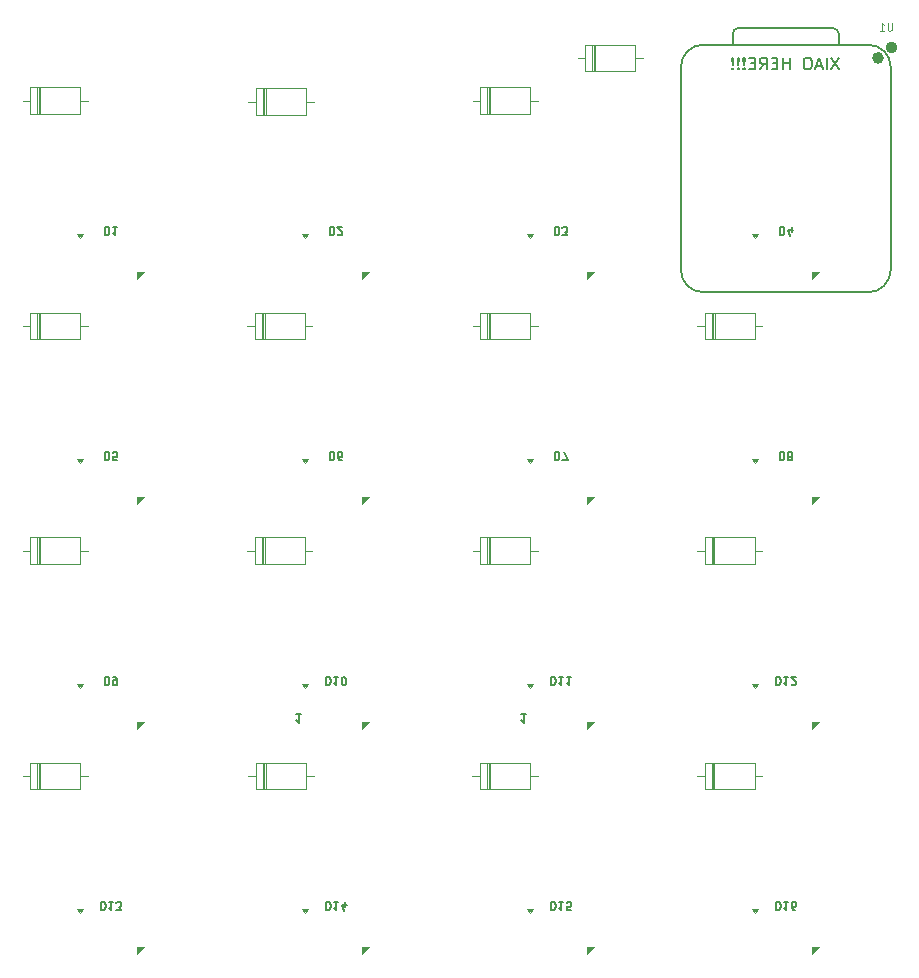
<source format=gbr>
%TF.GenerationSoftware,KiCad,Pcbnew,9.0.2*%
%TF.CreationDate,2025-06-30T11:30:22+02:00*%
%TF.ProjectId,HackPad,4861636b-5061-4642-9e6b-696361645f70,rev?*%
%TF.SameCoordinates,Original*%
%TF.FileFunction,Legend,Bot*%
%TF.FilePolarity,Positive*%
%FSLAX46Y46*%
G04 Gerber Fmt 4.6, Leading zero omitted, Abs format (unit mm)*
G04 Created by KiCad (PCBNEW 9.0.2) date 2025-06-30 11:30:22*
%MOMM*%
%LPD*%
G01*
G04 APERTURE LIST*
%ADD10C,0.150000*%
%ADD11C,0.101600*%
%ADD12C,0.120000*%
%ADD13C,0.127000*%
%ADD14C,0.100000*%
%ADD15C,0.504000*%
G04 APERTURE END LIST*
D10*
X73278571Y-74497704D02*
X72821428Y-74497704D01*
X73050000Y-74497704D02*
X73050000Y-75297704D01*
X73050000Y-75297704D02*
X72973809Y-75183419D01*
X72973809Y-75183419D02*
X72897619Y-75107228D01*
X72897619Y-75107228D02*
X72821428Y-75069133D01*
X54218571Y-74497704D02*
X53761428Y-74497704D01*
X53990000Y-74497704D02*
X53990000Y-75297704D01*
X53990000Y-75297704D02*
X53913809Y-75183419D01*
X53913809Y-75183419D02*
X53837619Y-75107228D01*
X53837619Y-75107228D02*
X53761428Y-75069133D01*
X99758458Y-18969819D02*
X99091792Y-19969819D01*
X99091792Y-18969819D02*
X99758458Y-19969819D01*
X98710839Y-19969819D02*
X98710839Y-18969819D01*
X98282268Y-19684104D02*
X97806078Y-19684104D01*
X98377506Y-19969819D02*
X98044173Y-18969819D01*
X98044173Y-18969819D02*
X97710840Y-19969819D01*
X97187030Y-18969819D02*
X96996554Y-18969819D01*
X96996554Y-18969819D02*
X96901316Y-19017438D01*
X96901316Y-19017438D02*
X96806078Y-19112676D01*
X96806078Y-19112676D02*
X96758459Y-19303152D01*
X96758459Y-19303152D02*
X96758459Y-19636485D01*
X96758459Y-19636485D02*
X96806078Y-19826961D01*
X96806078Y-19826961D02*
X96901316Y-19922200D01*
X96901316Y-19922200D02*
X96996554Y-19969819D01*
X96996554Y-19969819D02*
X97187030Y-19969819D01*
X97187030Y-19969819D02*
X97282268Y-19922200D01*
X97282268Y-19922200D02*
X97377506Y-19826961D01*
X97377506Y-19826961D02*
X97425125Y-19636485D01*
X97425125Y-19636485D02*
X97425125Y-19303152D01*
X97425125Y-19303152D02*
X97377506Y-19112676D01*
X97377506Y-19112676D02*
X97282268Y-19017438D01*
X97282268Y-19017438D02*
X97187030Y-18969819D01*
X95567982Y-19969819D02*
X95567982Y-18969819D01*
X95567982Y-19446009D02*
X94996554Y-19446009D01*
X94996554Y-19969819D02*
X94996554Y-18969819D01*
X94520363Y-19446009D02*
X94187030Y-19446009D01*
X94044173Y-19969819D02*
X94520363Y-19969819D01*
X94520363Y-19969819D02*
X94520363Y-18969819D01*
X94520363Y-18969819D02*
X94044173Y-18969819D01*
X93044173Y-19969819D02*
X93377506Y-19493628D01*
X93615601Y-19969819D02*
X93615601Y-18969819D01*
X93615601Y-18969819D02*
X93234649Y-18969819D01*
X93234649Y-18969819D02*
X93139411Y-19017438D01*
X93139411Y-19017438D02*
X93091792Y-19065057D01*
X93091792Y-19065057D02*
X93044173Y-19160295D01*
X93044173Y-19160295D02*
X93044173Y-19303152D01*
X93044173Y-19303152D02*
X93091792Y-19398390D01*
X93091792Y-19398390D02*
X93139411Y-19446009D01*
X93139411Y-19446009D02*
X93234649Y-19493628D01*
X93234649Y-19493628D02*
X93615601Y-19493628D01*
X92615601Y-19446009D02*
X92282268Y-19446009D01*
X92139411Y-19969819D02*
X92615601Y-19969819D01*
X92615601Y-19969819D02*
X92615601Y-18969819D01*
X92615601Y-18969819D02*
X92139411Y-18969819D01*
X91710839Y-19874580D02*
X91663220Y-19922200D01*
X91663220Y-19922200D02*
X91710839Y-19969819D01*
X91710839Y-19969819D02*
X91758458Y-19922200D01*
X91758458Y-19922200D02*
X91710839Y-19874580D01*
X91710839Y-19874580D02*
X91710839Y-19969819D01*
X91710839Y-19588866D02*
X91758458Y-19017438D01*
X91758458Y-19017438D02*
X91710839Y-18969819D01*
X91710839Y-18969819D02*
X91663220Y-19017438D01*
X91663220Y-19017438D02*
X91710839Y-19588866D01*
X91710839Y-19588866D02*
X91710839Y-18969819D01*
X91234649Y-19874580D02*
X91187030Y-19922200D01*
X91187030Y-19922200D02*
X91234649Y-19969819D01*
X91234649Y-19969819D02*
X91282268Y-19922200D01*
X91282268Y-19922200D02*
X91234649Y-19874580D01*
X91234649Y-19874580D02*
X91234649Y-19969819D01*
X91234649Y-19588866D02*
X91282268Y-19017438D01*
X91282268Y-19017438D02*
X91234649Y-18969819D01*
X91234649Y-18969819D02*
X91187030Y-19017438D01*
X91187030Y-19017438D02*
X91234649Y-19588866D01*
X91234649Y-19588866D02*
X91234649Y-18969819D01*
X90758459Y-19874580D02*
X90710840Y-19922200D01*
X90710840Y-19922200D02*
X90758459Y-19969819D01*
X90758459Y-19969819D02*
X90806078Y-19922200D01*
X90806078Y-19922200D02*
X90758459Y-19874580D01*
X90758459Y-19874580D02*
X90758459Y-19969819D01*
X90758459Y-19588866D02*
X90806078Y-19017438D01*
X90806078Y-19017438D02*
X90758459Y-18969819D01*
X90758459Y-18969819D02*
X90710840Y-19017438D01*
X90710840Y-19017438D02*
X90758459Y-19588866D01*
X90758459Y-19588866D02*
X90758459Y-18969819D01*
D11*
X104228809Y-16064679D02*
X104228809Y-16578726D01*
X104228809Y-16578726D02*
X104198571Y-16639202D01*
X104198571Y-16639202D02*
X104168333Y-16669441D01*
X104168333Y-16669441D02*
X104107857Y-16699679D01*
X104107857Y-16699679D02*
X103986904Y-16699679D01*
X103986904Y-16699679D02*
X103926428Y-16669441D01*
X103926428Y-16669441D02*
X103896190Y-16639202D01*
X103896190Y-16639202D02*
X103865952Y-16578726D01*
X103865952Y-16578726D02*
X103865952Y-16064679D01*
X103230952Y-16699679D02*
X103593809Y-16699679D01*
X103412381Y-16699679D02*
X103412381Y-16064679D01*
X103412381Y-16064679D02*
X103472857Y-16155393D01*
X103472857Y-16155393D02*
X103533333Y-16215869D01*
X103533333Y-16215869D02*
X103593809Y-16246107D01*
D10*
X56633333Y-52352666D02*
X56633333Y-53052666D01*
X56633333Y-53052666D02*
X56800000Y-53052666D01*
X56800000Y-53052666D02*
X56900000Y-53019333D01*
X56900000Y-53019333D02*
X56966667Y-52952666D01*
X56966667Y-52952666D02*
X57000000Y-52886000D01*
X57000000Y-52886000D02*
X57033333Y-52752666D01*
X57033333Y-52752666D02*
X57033333Y-52652666D01*
X57033333Y-52652666D02*
X57000000Y-52519333D01*
X57000000Y-52519333D02*
X56966667Y-52452666D01*
X56966667Y-52452666D02*
X56900000Y-52386000D01*
X56900000Y-52386000D02*
X56800000Y-52352666D01*
X56800000Y-52352666D02*
X56633333Y-52352666D01*
X57633333Y-53052666D02*
X57500000Y-53052666D01*
X57500000Y-53052666D02*
X57433333Y-53019333D01*
X57433333Y-53019333D02*
X57400000Y-52986000D01*
X57400000Y-52986000D02*
X57333333Y-52886000D01*
X57333333Y-52886000D02*
X57300000Y-52752666D01*
X57300000Y-52752666D02*
X57300000Y-52486000D01*
X57300000Y-52486000D02*
X57333333Y-52419333D01*
X57333333Y-52419333D02*
X57366667Y-52386000D01*
X57366667Y-52386000D02*
X57433333Y-52352666D01*
X57433333Y-52352666D02*
X57566667Y-52352666D01*
X57566667Y-52352666D02*
X57633333Y-52386000D01*
X57633333Y-52386000D02*
X57666667Y-52419333D01*
X57666667Y-52419333D02*
X57700000Y-52486000D01*
X57700000Y-52486000D02*
X57700000Y-52652666D01*
X57700000Y-52652666D02*
X57666667Y-52719333D01*
X57666667Y-52719333D02*
X57633333Y-52752666D01*
X57633333Y-52752666D02*
X57566667Y-52786000D01*
X57566667Y-52786000D02*
X57433333Y-52786000D01*
X57433333Y-52786000D02*
X57366667Y-52752666D01*
X57366667Y-52752666D02*
X57333333Y-52719333D01*
X57333333Y-52719333D02*
X57300000Y-52652666D01*
X37249999Y-90452666D02*
X37249999Y-91152666D01*
X37249999Y-91152666D02*
X37416666Y-91152666D01*
X37416666Y-91152666D02*
X37516666Y-91119333D01*
X37516666Y-91119333D02*
X37583333Y-91052666D01*
X37583333Y-91052666D02*
X37616666Y-90986000D01*
X37616666Y-90986000D02*
X37649999Y-90852666D01*
X37649999Y-90852666D02*
X37649999Y-90752666D01*
X37649999Y-90752666D02*
X37616666Y-90619333D01*
X37616666Y-90619333D02*
X37583333Y-90552666D01*
X37583333Y-90552666D02*
X37516666Y-90486000D01*
X37516666Y-90486000D02*
X37416666Y-90452666D01*
X37416666Y-90452666D02*
X37249999Y-90452666D01*
X38316666Y-90452666D02*
X37916666Y-90452666D01*
X38116666Y-90452666D02*
X38116666Y-91152666D01*
X38116666Y-91152666D02*
X38049999Y-91052666D01*
X38049999Y-91052666D02*
X37983333Y-90986000D01*
X37983333Y-90986000D02*
X37916666Y-90952666D01*
X38550000Y-91152666D02*
X38983333Y-91152666D01*
X38983333Y-91152666D02*
X38750000Y-90886000D01*
X38750000Y-90886000D02*
X38850000Y-90886000D01*
X38850000Y-90886000D02*
X38916666Y-90852666D01*
X38916666Y-90852666D02*
X38950000Y-90819333D01*
X38950000Y-90819333D02*
X38983333Y-90752666D01*
X38983333Y-90752666D02*
X38983333Y-90586000D01*
X38983333Y-90586000D02*
X38950000Y-90519333D01*
X38950000Y-90519333D02*
X38916666Y-90486000D01*
X38916666Y-90486000D02*
X38850000Y-90452666D01*
X38850000Y-90452666D02*
X38650000Y-90452666D01*
X38650000Y-90452666D02*
X38583333Y-90486000D01*
X38583333Y-90486000D02*
X38550000Y-90519333D01*
X56299999Y-71402666D02*
X56299999Y-72102666D01*
X56299999Y-72102666D02*
X56466666Y-72102666D01*
X56466666Y-72102666D02*
X56566666Y-72069333D01*
X56566666Y-72069333D02*
X56633333Y-72002666D01*
X56633333Y-72002666D02*
X56666666Y-71936000D01*
X56666666Y-71936000D02*
X56699999Y-71802666D01*
X56699999Y-71802666D02*
X56699999Y-71702666D01*
X56699999Y-71702666D02*
X56666666Y-71569333D01*
X56666666Y-71569333D02*
X56633333Y-71502666D01*
X56633333Y-71502666D02*
X56566666Y-71436000D01*
X56566666Y-71436000D02*
X56466666Y-71402666D01*
X56466666Y-71402666D02*
X56299999Y-71402666D01*
X57366666Y-71402666D02*
X56966666Y-71402666D01*
X57166666Y-71402666D02*
X57166666Y-72102666D01*
X57166666Y-72102666D02*
X57099999Y-72002666D01*
X57099999Y-72002666D02*
X57033333Y-71936000D01*
X57033333Y-71936000D02*
X56966666Y-71902666D01*
X57800000Y-72102666D02*
X57866666Y-72102666D01*
X57866666Y-72102666D02*
X57933333Y-72069333D01*
X57933333Y-72069333D02*
X57966666Y-72036000D01*
X57966666Y-72036000D02*
X58000000Y-71969333D01*
X58000000Y-71969333D02*
X58033333Y-71836000D01*
X58033333Y-71836000D02*
X58033333Y-71669333D01*
X58033333Y-71669333D02*
X58000000Y-71536000D01*
X58000000Y-71536000D02*
X57966666Y-71469333D01*
X57966666Y-71469333D02*
X57933333Y-71436000D01*
X57933333Y-71436000D02*
X57866666Y-71402666D01*
X57866666Y-71402666D02*
X57800000Y-71402666D01*
X57800000Y-71402666D02*
X57733333Y-71436000D01*
X57733333Y-71436000D02*
X57700000Y-71469333D01*
X57700000Y-71469333D02*
X57666666Y-71536000D01*
X57666666Y-71536000D02*
X57633333Y-71669333D01*
X57633333Y-71669333D02*
X57633333Y-71836000D01*
X57633333Y-71836000D02*
X57666666Y-71969333D01*
X57666666Y-71969333D02*
X57700000Y-72036000D01*
X57700000Y-72036000D02*
X57733333Y-72069333D01*
X57733333Y-72069333D02*
X57800000Y-72102666D01*
X37583333Y-71402666D02*
X37583333Y-72102666D01*
X37583333Y-72102666D02*
X37750000Y-72102666D01*
X37750000Y-72102666D02*
X37850000Y-72069333D01*
X37850000Y-72069333D02*
X37916667Y-72002666D01*
X37916667Y-72002666D02*
X37950000Y-71936000D01*
X37950000Y-71936000D02*
X37983333Y-71802666D01*
X37983333Y-71802666D02*
X37983333Y-71702666D01*
X37983333Y-71702666D02*
X37950000Y-71569333D01*
X37950000Y-71569333D02*
X37916667Y-71502666D01*
X37916667Y-71502666D02*
X37850000Y-71436000D01*
X37850000Y-71436000D02*
X37750000Y-71402666D01*
X37750000Y-71402666D02*
X37583333Y-71402666D01*
X38316667Y-71402666D02*
X38450000Y-71402666D01*
X38450000Y-71402666D02*
X38516667Y-71436000D01*
X38516667Y-71436000D02*
X38550000Y-71469333D01*
X38550000Y-71469333D02*
X38616667Y-71569333D01*
X38616667Y-71569333D02*
X38650000Y-71702666D01*
X38650000Y-71702666D02*
X38650000Y-71969333D01*
X38650000Y-71969333D02*
X38616667Y-72036000D01*
X38616667Y-72036000D02*
X38583333Y-72069333D01*
X38583333Y-72069333D02*
X38516667Y-72102666D01*
X38516667Y-72102666D02*
X38383333Y-72102666D01*
X38383333Y-72102666D02*
X38316667Y-72069333D01*
X38316667Y-72069333D02*
X38283333Y-72036000D01*
X38283333Y-72036000D02*
X38250000Y-71969333D01*
X38250000Y-71969333D02*
X38250000Y-71802666D01*
X38250000Y-71802666D02*
X38283333Y-71736000D01*
X38283333Y-71736000D02*
X38316667Y-71702666D01*
X38316667Y-71702666D02*
X38383333Y-71669333D01*
X38383333Y-71669333D02*
X38516667Y-71669333D01*
X38516667Y-71669333D02*
X38583333Y-71702666D01*
X38583333Y-71702666D02*
X38616667Y-71736000D01*
X38616667Y-71736000D02*
X38650000Y-71802666D01*
X56633333Y-33302666D02*
X56633333Y-34002666D01*
X56633333Y-34002666D02*
X56800000Y-34002666D01*
X56800000Y-34002666D02*
X56900000Y-33969333D01*
X56900000Y-33969333D02*
X56966667Y-33902666D01*
X56966667Y-33902666D02*
X57000000Y-33836000D01*
X57000000Y-33836000D02*
X57033333Y-33702666D01*
X57033333Y-33702666D02*
X57033333Y-33602666D01*
X57033333Y-33602666D02*
X57000000Y-33469333D01*
X57000000Y-33469333D02*
X56966667Y-33402666D01*
X56966667Y-33402666D02*
X56900000Y-33336000D01*
X56900000Y-33336000D02*
X56800000Y-33302666D01*
X56800000Y-33302666D02*
X56633333Y-33302666D01*
X57300000Y-33936000D02*
X57333333Y-33969333D01*
X57333333Y-33969333D02*
X57400000Y-34002666D01*
X57400000Y-34002666D02*
X57566667Y-34002666D01*
X57566667Y-34002666D02*
X57633333Y-33969333D01*
X57633333Y-33969333D02*
X57666667Y-33936000D01*
X57666667Y-33936000D02*
X57700000Y-33869333D01*
X57700000Y-33869333D02*
X57700000Y-33802666D01*
X57700000Y-33802666D02*
X57666667Y-33702666D01*
X57666667Y-33702666D02*
X57266667Y-33302666D01*
X57266667Y-33302666D02*
X57700000Y-33302666D01*
X37583333Y-52352666D02*
X37583333Y-53052666D01*
X37583333Y-53052666D02*
X37750000Y-53052666D01*
X37750000Y-53052666D02*
X37850000Y-53019333D01*
X37850000Y-53019333D02*
X37916667Y-52952666D01*
X37916667Y-52952666D02*
X37950000Y-52886000D01*
X37950000Y-52886000D02*
X37983333Y-52752666D01*
X37983333Y-52752666D02*
X37983333Y-52652666D01*
X37983333Y-52652666D02*
X37950000Y-52519333D01*
X37950000Y-52519333D02*
X37916667Y-52452666D01*
X37916667Y-52452666D02*
X37850000Y-52386000D01*
X37850000Y-52386000D02*
X37750000Y-52352666D01*
X37750000Y-52352666D02*
X37583333Y-52352666D01*
X38616667Y-53052666D02*
X38283333Y-53052666D01*
X38283333Y-53052666D02*
X38250000Y-52719333D01*
X38250000Y-52719333D02*
X38283333Y-52752666D01*
X38283333Y-52752666D02*
X38350000Y-52786000D01*
X38350000Y-52786000D02*
X38516667Y-52786000D01*
X38516667Y-52786000D02*
X38583333Y-52752666D01*
X38583333Y-52752666D02*
X38616667Y-52719333D01*
X38616667Y-52719333D02*
X38650000Y-52652666D01*
X38650000Y-52652666D02*
X38650000Y-52486000D01*
X38650000Y-52486000D02*
X38616667Y-52419333D01*
X38616667Y-52419333D02*
X38583333Y-52386000D01*
X38583333Y-52386000D02*
X38516667Y-52352666D01*
X38516667Y-52352666D02*
X38350000Y-52352666D01*
X38350000Y-52352666D02*
X38283333Y-52386000D01*
X38283333Y-52386000D02*
X38250000Y-52419333D01*
X37583333Y-33302666D02*
X37583333Y-34002666D01*
X37583333Y-34002666D02*
X37750000Y-34002666D01*
X37750000Y-34002666D02*
X37850000Y-33969333D01*
X37850000Y-33969333D02*
X37916667Y-33902666D01*
X37916667Y-33902666D02*
X37950000Y-33836000D01*
X37950000Y-33836000D02*
X37983333Y-33702666D01*
X37983333Y-33702666D02*
X37983333Y-33602666D01*
X37983333Y-33602666D02*
X37950000Y-33469333D01*
X37950000Y-33469333D02*
X37916667Y-33402666D01*
X37916667Y-33402666D02*
X37850000Y-33336000D01*
X37850000Y-33336000D02*
X37750000Y-33302666D01*
X37750000Y-33302666D02*
X37583333Y-33302666D01*
X38650000Y-33302666D02*
X38250000Y-33302666D01*
X38450000Y-33302666D02*
X38450000Y-34002666D01*
X38450000Y-34002666D02*
X38383333Y-33902666D01*
X38383333Y-33902666D02*
X38316667Y-33836000D01*
X38316667Y-33836000D02*
X38250000Y-33802666D01*
X94733333Y-33302666D02*
X94733333Y-34002666D01*
X94733333Y-34002666D02*
X94900000Y-34002666D01*
X94900000Y-34002666D02*
X95000000Y-33969333D01*
X95000000Y-33969333D02*
X95066667Y-33902666D01*
X95066667Y-33902666D02*
X95100000Y-33836000D01*
X95100000Y-33836000D02*
X95133333Y-33702666D01*
X95133333Y-33702666D02*
X95133333Y-33602666D01*
X95133333Y-33602666D02*
X95100000Y-33469333D01*
X95100000Y-33469333D02*
X95066667Y-33402666D01*
X95066667Y-33402666D02*
X95000000Y-33336000D01*
X95000000Y-33336000D02*
X94900000Y-33302666D01*
X94900000Y-33302666D02*
X94733333Y-33302666D01*
X95733333Y-33769333D02*
X95733333Y-33302666D01*
X95566667Y-34036000D02*
X95400000Y-33536000D01*
X95400000Y-33536000D02*
X95833333Y-33536000D01*
X75349999Y-71402666D02*
X75349999Y-72102666D01*
X75349999Y-72102666D02*
X75516666Y-72102666D01*
X75516666Y-72102666D02*
X75616666Y-72069333D01*
X75616666Y-72069333D02*
X75683333Y-72002666D01*
X75683333Y-72002666D02*
X75716666Y-71936000D01*
X75716666Y-71936000D02*
X75749999Y-71802666D01*
X75749999Y-71802666D02*
X75749999Y-71702666D01*
X75749999Y-71702666D02*
X75716666Y-71569333D01*
X75716666Y-71569333D02*
X75683333Y-71502666D01*
X75683333Y-71502666D02*
X75616666Y-71436000D01*
X75616666Y-71436000D02*
X75516666Y-71402666D01*
X75516666Y-71402666D02*
X75349999Y-71402666D01*
X76416666Y-71402666D02*
X76016666Y-71402666D01*
X76216666Y-71402666D02*
X76216666Y-72102666D01*
X76216666Y-72102666D02*
X76149999Y-72002666D01*
X76149999Y-72002666D02*
X76083333Y-71936000D01*
X76083333Y-71936000D02*
X76016666Y-71902666D01*
X77083333Y-71402666D02*
X76683333Y-71402666D01*
X76883333Y-71402666D02*
X76883333Y-72102666D01*
X76883333Y-72102666D02*
X76816666Y-72002666D01*
X76816666Y-72002666D02*
X76750000Y-71936000D01*
X76750000Y-71936000D02*
X76683333Y-71902666D01*
X75683333Y-52352666D02*
X75683333Y-53052666D01*
X75683333Y-53052666D02*
X75850000Y-53052666D01*
X75850000Y-53052666D02*
X75950000Y-53019333D01*
X75950000Y-53019333D02*
X76016667Y-52952666D01*
X76016667Y-52952666D02*
X76050000Y-52886000D01*
X76050000Y-52886000D02*
X76083333Y-52752666D01*
X76083333Y-52752666D02*
X76083333Y-52652666D01*
X76083333Y-52652666D02*
X76050000Y-52519333D01*
X76050000Y-52519333D02*
X76016667Y-52452666D01*
X76016667Y-52452666D02*
X75950000Y-52386000D01*
X75950000Y-52386000D02*
X75850000Y-52352666D01*
X75850000Y-52352666D02*
X75683333Y-52352666D01*
X76316667Y-53052666D02*
X76783333Y-53052666D01*
X76783333Y-53052666D02*
X76483333Y-52352666D01*
X75683333Y-33302666D02*
X75683333Y-34002666D01*
X75683333Y-34002666D02*
X75850000Y-34002666D01*
X75850000Y-34002666D02*
X75950000Y-33969333D01*
X75950000Y-33969333D02*
X76016667Y-33902666D01*
X76016667Y-33902666D02*
X76050000Y-33836000D01*
X76050000Y-33836000D02*
X76083333Y-33702666D01*
X76083333Y-33702666D02*
X76083333Y-33602666D01*
X76083333Y-33602666D02*
X76050000Y-33469333D01*
X76050000Y-33469333D02*
X76016667Y-33402666D01*
X76016667Y-33402666D02*
X75950000Y-33336000D01*
X75950000Y-33336000D02*
X75850000Y-33302666D01*
X75850000Y-33302666D02*
X75683333Y-33302666D01*
X76316667Y-34002666D02*
X76750000Y-34002666D01*
X76750000Y-34002666D02*
X76516667Y-33736000D01*
X76516667Y-33736000D02*
X76616667Y-33736000D01*
X76616667Y-33736000D02*
X76683333Y-33702666D01*
X76683333Y-33702666D02*
X76716667Y-33669333D01*
X76716667Y-33669333D02*
X76750000Y-33602666D01*
X76750000Y-33602666D02*
X76750000Y-33436000D01*
X76750000Y-33436000D02*
X76716667Y-33369333D01*
X76716667Y-33369333D02*
X76683333Y-33336000D01*
X76683333Y-33336000D02*
X76616667Y-33302666D01*
X76616667Y-33302666D02*
X76416667Y-33302666D01*
X76416667Y-33302666D02*
X76350000Y-33336000D01*
X76350000Y-33336000D02*
X76316667Y-33369333D01*
X56299999Y-90452666D02*
X56299999Y-91152666D01*
X56299999Y-91152666D02*
X56466666Y-91152666D01*
X56466666Y-91152666D02*
X56566666Y-91119333D01*
X56566666Y-91119333D02*
X56633333Y-91052666D01*
X56633333Y-91052666D02*
X56666666Y-90986000D01*
X56666666Y-90986000D02*
X56699999Y-90852666D01*
X56699999Y-90852666D02*
X56699999Y-90752666D01*
X56699999Y-90752666D02*
X56666666Y-90619333D01*
X56666666Y-90619333D02*
X56633333Y-90552666D01*
X56633333Y-90552666D02*
X56566666Y-90486000D01*
X56566666Y-90486000D02*
X56466666Y-90452666D01*
X56466666Y-90452666D02*
X56299999Y-90452666D01*
X57366666Y-90452666D02*
X56966666Y-90452666D01*
X57166666Y-90452666D02*
X57166666Y-91152666D01*
X57166666Y-91152666D02*
X57099999Y-91052666D01*
X57099999Y-91052666D02*
X57033333Y-90986000D01*
X57033333Y-90986000D02*
X56966666Y-90952666D01*
X57966666Y-90919333D02*
X57966666Y-90452666D01*
X57800000Y-91186000D02*
X57633333Y-90686000D01*
X57633333Y-90686000D02*
X58066666Y-90686000D01*
X94733333Y-52352666D02*
X94733333Y-53052666D01*
X94733333Y-53052666D02*
X94900000Y-53052666D01*
X94900000Y-53052666D02*
X95000000Y-53019333D01*
X95000000Y-53019333D02*
X95066667Y-52952666D01*
X95066667Y-52952666D02*
X95100000Y-52886000D01*
X95100000Y-52886000D02*
X95133333Y-52752666D01*
X95133333Y-52752666D02*
X95133333Y-52652666D01*
X95133333Y-52652666D02*
X95100000Y-52519333D01*
X95100000Y-52519333D02*
X95066667Y-52452666D01*
X95066667Y-52452666D02*
X95000000Y-52386000D01*
X95000000Y-52386000D02*
X94900000Y-52352666D01*
X94900000Y-52352666D02*
X94733333Y-52352666D01*
X95533333Y-52752666D02*
X95466667Y-52786000D01*
X95466667Y-52786000D02*
X95433333Y-52819333D01*
X95433333Y-52819333D02*
X95400000Y-52886000D01*
X95400000Y-52886000D02*
X95400000Y-52919333D01*
X95400000Y-52919333D02*
X95433333Y-52986000D01*
X95433333Y-52986000D02*
X95466667Y-53019333D01*
X95466667Y-53019333D02*
X95533333Y-53052666D01*
X95533333Y-53052666D02*
X95666667Y-53052666D01*
X95666667Y-53052666D02*
X95733333Y-53019333D01*
X95733333Y-53019333D02*
X95766667Y-52986000D01*
X95766667Y-52986000D02*
X95800000Y-52919333D01*
X95800000Y-52919333D02*
X95800000Y-52886000D01*
X95800000Y-52886000D02*
X95766667Y-52819333D01*
X95766667Y-52819333D02*
X95733333Y-52786000D01*
X95733333Y-52786000D02*
X95666667Y-52752666D01*
X95666667Y-52752666D02*
X95533333Y-52752666D01*
X95533333Y-52752666D02*
X95466667Y-52719333D01*
X95466667Y-52719333D02*
X95433333Y-52686000D01*
X95433333Y-52686000D02*
X95400000Y-52619333D01*
X95400000Y-52619333D02*
X95400000Y-52486000D01*
X95400000Y-52486000D02*
X95433333Y-52419333D01*
X95433333Y-52419333D02*
X95466667Y-52386000D01*
X95466667Y-52386000D02*
X95533333Y-52352666D01*
X95533333Y-52352666D02*
X95666667Y-52352666D01*
X95666667Y-52352666D02*
X95733333Y-52386000D01*
X95733333Y-52386000D02*
X95766667Y-52419333D01*
X95766667Y-52419333D02*
X95800000Y-52486000D01*
X95800000Y-52486000D02*
X95800000Y-52619333D01*
X95800000Y-52619333D02*
X95766667Y-52686000D01*
X95766667Y-52686000D02*
X95733333Y-52719333D01*
X95733333Y-52719333D02*
X95666667Y-52752666D01*
X94399999Y-90452666D02*
X94399999Y-91152666D01*
X94399999Y-91152666D02*
X94566666Y-91152666D01*
X94566666Y-91152666D02*
X94666666Y-91119333D01*
X94666666Y-91119333D02*
X94733333Y-91052666D01*
X94733333Y-91052666D02*
X94766666Y-90986000D01*
X94766666Y-90986000D02*
X94799999Y-90852666D01*
X94799999Y-90852666D02*
X94799999Y-90752666D01*
X94799999Y-90752666D02*
X94766666Y-90619333D01*
X94766666Y-90619333D02*
X94733333Y-90552666D01*
X94733333Y-90552666D02*
X94666666Y-90486000D01*
X94666666Y-90486000D02*
X94566666Y-90452666D01*
X94566666Y-90452666D02*
X94399999Y-90452666D01*
X95466666Y-90452666D02*
X95066666Y-90452666D01*
X95266666Y-90452666D02*
X95266666Y-91152666D01*
X95266666Y-91152666D02*
X95199999Y-91052666D01*
X95199999Y-91052666D02*
X95133333Y-90986000D01*
X95133333Y-90986000D02*
X95066666Y-90952666D01*
X96066666Y-91152666D02*
X95933333Y-91152666D01*
X95933333Y-91152666D02*
X95866666Y-91119333D01*
X95866666Y-91119333D02*
X95833333Y-91086000D01*
X95833333Y-91086000D02*
X95766666Y-90986000D01*
X95766666Y-90986000D02*
X95733333Y-90852666D01*
X95733333Y-90852666D02*
X95733333Y-90586000D01*
X95733333Y-90586000D02*
X95766666Y-90519333D01*
X95766666Y-90519333D02*
X95800000Y-90486000D01*
X95800000Y-90486000D02*
X95866666Y-90452666D01*
X95866666Y-90452666D02*
X96000000Y-90452666D01*
X96000000Y-90452666D02*
X96066666Y-90486000D01*
X96066666Y-90486000D02*
X96100000Y-90519333D01*
X96100000Y-90519333D02*
X96133333Y-90586000D01*
X96133333Y-90586000D02*
X96133333Y-90752666D01*
X96133333Y-90752666D02*
X96100000Y-90819333D01*
X96100000Y-90819333D02*
X96066666Y-90852666D01*
X96066666Y-90852666D02*
X96000000Y-90886000D01*
X96000000Y-90886000D02*
X95866666Y-90886000D01*
X95866666Y-90886000D02*
X95800000Y-90852666D01*
X95800000Y-90852666D02*
X95766666Y-90819333D01*
X95766666Y-90819333D02*
X95733333Y-90752666D01*
X75349999Y-90452666D02*
X75349999Y-91152666D01*
X75349999Y-91152666D02*
X75516666Y-91152666D01*
X75516666Y-91152666D02*
X75616666Y-91119333D01*
X75616666Y-91119333D02*
X75683333Y-91052666D01*
X75683333Y-91052666D02*
X75716666Y-90986000D01*
X75716666Y-90986000D02*
X75749999Y-90852666D01*
X75749999Y-90852666D02*
X75749999Y-90752666D01*
X75749999Y-90752666D02*
X75716666Y-90619333D01*
X75716666Y-90619333D02*
X75683333Y-90552666D01*
X75683333Y-90552666D02*
X75616666Y-90486000D01*
X75616666Y-90486000D02*
X75516666Y-90452666D01*
X75516666Y-90452666D02*
X75349999Y-90452666D01*
X76416666Y-90452666D02*
X76016666Y-90452666D01*
X76216666Y-90452666D02*
X76216666Y-91152666D01*
X76216666Y-91152666D02*
X76149999Y-91052666D01*
X76149999Y-91052666D02*
X76083333Y-90986000D01*
X76083333Y-90986000D02*
X76016666Y-90952666D01*
X77050000Y-91152666D02*
X76716666Y-91152666D01*
X76716666Y-91152666D02*
X76683333Y-90819333D01*
X76683333Y-90819333D02*
X76716666Y-90852666D01*
X76716666Y-90852666D02*
X76783333Y-90886000D01*
X76783333Y-90886000D02*
X76950000Y-90886000D01*
X76950000Y-90886000D02*
X77016666Y-90852666D01*
X77016666Y-90852666D02*
X77050000Y-90819333D01*
X77050000Y-90819333D02*
X77083333Y-90752666D01*
X77083333Y-90752666D02*
X77083333Y-90586000D01*
X77083333Y-90586000D02*
X77050000Y-90519333D01*
X77050000Y-90519333D02*
X77016666Y-90486000D01*
X77016666Y-90486000D02*
X76950000Y-90452666D01*
X76950000Y-90452666D02*
X76783333Y-90452666D01*
X76783333Y-90452666D02*
X76716666Y-90486000D01*
X76716666Y-90486000D02*
X76683333Y-90519333D01*
X94399999Y-71402666D02*
X94399999Y-72102666D01*
X94399999Y-72102666D02*
X94566666Y-72102666D01*
X94566666Y-72102666D02*
X94666666Y-72069333D01*
X94666666Y-72069333D02*
X94733333Y-72002666D01*
X94733333Y-72002666D02*
X94766666Y-71936000D01*
X94766666Y-71936000D02*
X94799999Y-71802666D01*
X94799999Y-71802666D02*
X94799999Y-71702666D01*
X94799999Y-71702666D02*
X94766666Y-71569333D01*
X94766666Y-71569333D02*
X94733333Y-71502666D01*
X94733333Y-71502666D02*
X94666666Y-71436000D01*
X94666666Y-71436000D02*
X94566666Y-71402666D01*
X94566666Y-71402666D02*
X94399999Y-71402666D01*
X95466666Y-71402666D02*
X95066666Y-71402666D01*
X95266666Y-71402666D02*
X95266666Y-72102666D01*
X95266666Y-72102666D02*
X95199999Y-72002666D01*
X95199999Y-72002666D02*
X95133333Y-71936000D01*
X95133333Y-71936000D02*
X95066666Y-71902666D01*
X95733333Y-72036000D02*
X95766666Y-72069333D01*
X95766666Y-72069333D02*
X95833333Y-72102666D01*
X95833333Y-72102666D02*
X96000000Y-72102666D01*
X96000000Y-72102666D02*
X96066666Y-72069333D01*
X96066666Y-72069333D02*
X96100000Y-72036000D01*
X96100000Y-72036000D02*
X96133333Y-71969333D01*
X96133333Y-71969333D02*
X96133333Y-71902666D01*
X96133333Y-71902666D02*
X96100000Y-71802666D01*
X96100000Y-71802666D02*
X95700000Y-71402666D01*
X95700000Y-71402666D02*
X96133333Y-71402666D01*
D12*
%TO.C,D21*%
X87720000Y-60700000D02*
X88370000Y-60700000D01*
X88970000Y-61820000D02*
X88970000Y-59580000D01*
X89090000Y-61820000D02*
X89090000Y-59580000D01*
X89210000Y-61820000D02*
X89210000Y-59580000D01*
X93260000Y-60700000D02*
X92610000Y-60700000D01*
X88370000Y-61820000D02*
X92610000Y-61820000D01*
X92610000Y-59580000D01*
X88370000Y-59580000D01*
X88370000Y-61820000D01*
%TO.C,D19*%
X49730000Y-79800000D02*
X50380000Y-79800000D01*
X50980000Y-80920000D02*
X50980000Y-78680000D01*
X51100000Y-80920000D02*
X51100000Y-78680000D01*
X51220000Y-80920000D02*
X51220000Y-78680000D01*
X55270000Y-79800000D02*
X54620000Y-79800000D01*
X50380000Y-80920000D02*
X54620000Y-80920000D01*
X54620000Y-78680000D01*
X50380000Y-78680000D01*
X50380000Y-80920000D01*
%TO.C,D29*%
X77630000Y-19000000D02*
X78280000Y-19000000D01*
X78880000Y-20120000D02*
X78880000Y-17880000D01*
X79000000Y-20120000D02*
X79000000Y-17880000D01*
X79120000Y-20120000D02*
X79120000Y-17880000D01*
X83170000Y-19000000D02*
X82520000Y-19000000D01*
X78280000Y-20120000D02*
X82520000Y-20120000D01*
X82520000Y-17880000D01*
X78280000Y-17880000D01*
X78280000Y-20120000D01*
D13*
%TO.C,U1*%
X86355000Y-36920200D02*
X86355000Y-19775200D01*
D14*
X88260000Y-17870200D02*
X102230000Y-17870200D01*
D13*
X88260000Y-17870200D02*
X102230000Y-17870200D01*
X90741000Y-16960200D02*
X90741000Y-17870200D01*
X99236272Y-16460200D02*
X91241000Y-16460200D01*
X99740000Y-17870200D02*
X99736272Y-16959928D01*
X102230000Y-38825200D02*
X88260000Y-38825200D01*
X104135000Y-36920200D02*
X104135000Y-19775200D01*
X86355000Y-19775200D02*
G75*
G02*
X88260000Y-17870200I1905000J0D01*
G01*
X88260000Y-38825200D02*
G75*
G02*
X86355000Y-36920200I0J1905000D01*
G01*
X90741000Y-16960200D02*
G75*
G02*
X91241000Y-16460200I500000J0D01*
G01*
X99236272Y-16460200D02*
G75*
G02*
X99736273Y-16959928I-18J-500019D01*
G01*
X102230000Y-17870200D02*
G75*
G02*
X104135000Y-19775200I-1J-1905001D01*
G01*
X104135000Y-36920200D02*
G75*
G02*
X102230000Y-38825200I-1905001J1D01*
G01*
D15*
X103304000Y-18991200D02*
G75*
G02*
X102800000Y-18991200I-252000J0D01*
G01*
X102800000Y-18991200D02*
G75*
G02*
X103304000Y-18991200I252000J0D01*
G01*
X104447000Y-18111200D02*
G75*
G02*
X103943000Y-18111200I-252000J0D01*
G01*
X103943000Y-18111200D02*
G75*
G02*
X104447000Y-18111200I252000J0D01*
G01*
D14*
%TO.C,D6*%
X59350000Y-56768700D02*
X59350000Y-56168700D01*
X59950000Y-56168700D01*
X59350000Y-56768700D01*
G36*
X59350000Y-56768700D02*
G01*
X59350000Y-56168700D01*
X59950000Y-56168700D01*
X59350000Y-56768700D01*
G37*
D12*
X54530000Y-53320700D02*
X54290000Y-52990700D01*
X54770000Y-52990700D01*
X54530000Y-53320700D01*
G36*
X54530000Y-53320700D02*
G01*
X54290000Y-52990700D01*
X54770000Y-52990700D01*
X54530000Y-53320700D01*
G37*
%TO.C,D18*%
X68720000Y-79800000D02*
X69370000Y-79800000D01*
X69970000Y-80920000D02*
X69970000Y-78680000D01*
X70090000Y-80920000D02*
X70090000Y-78680000D01*
X70210000Y-80920000D02*
X70210000Y-78680000D01*
X74260000Y-79800000D02*
X73610000Y-79800000D01*
X69370000Y-80920000D02*
X73610000Y-80920000D01*
X73610000Y-78680000D01*
X69370000Y-78680000D01*
X69370000Y-80920000D01*
%TO.C,D20*%
X30630000Y-79800000D02*
X31280000Y-79800000D01*
X31880000Y-80920000D02*
X31880000Y-78680000D01*
X32000000Y-80920000D02*
X32000000Y-78680000D01*
X32120000Y-80920000D02*
X32120000Y-78680000D01*
X36170000Y-79800000D02*
X35520000Y-79800000D01*
X31280000Y-80920000D02*
X35520000Y-80920000D01*
X35520000Y-78680000D01*
X31280000Y-78680000D01*
X31280000Y-80920000D01*
D14*
%TO.C,D13*%
X40300000Y-94868700D02*
X40300000Y-94268700D01*
X40900000Y-94268700D01*
X40300000Y-94868700D01*
G36*
X40300000Y-94868700D02*
G01*
X40300000Y-94268700D01*
X40900000Y-94268700D01*
X40300000Y-94868700D01*
G37*
D12*
X35480000Y-91420700D02*
X35240000Y-91090700D01*
X35720000Y-91090700D01*
X35480000Y-91420700D01*
G36*
X35480000Y-91420700D02*
G01*
X35240000Y-91090700D01*
X35720000Y-91090700D01*
X35480000Y-91420700D01*
G37*
D14*
%TO.C,D10*%
X59350000Y-75818700D02*
X59350000Y-75218700D01*
X59950000Y-75218700D01*
X59350000Y-75818700D01*
G36*
X59350000Y-75818700D02*
G01*
X59350000Y-75218700D01*
X59950000Y-75218700D01*
X59350000Y-75818700D01*
G37*
D12*
X54530000Y-72370700D02*
X54290000Y-72040700D01*
X54770000Y-72040700D01*
X54530000Y-72370700D01*
G36*
X54530000Y-72370700D02*
G01*
X54290000Y-72040700D01*
X54770000Y-72040700D01*
X54530000Y-72370700D01*
G37*
%TO.C,D24*%
X30640000Y-60700000D02*
X31290000Y-60700000D01*
X31890000Y-61820000D02*
X31890000Y-59580000D01*
X32010000Y-61820000D02*
X32010000Y-59580000D01*
X32130000Y-61820000D02*
X32130000Y-59580000D01*
X36180000Y-60700000D02*
X35530000Y-60700000D01*
X31290000Y-61820000D02*
X35530000Y-61820000D01*
X35530000Y-59580000D01*
X31290000Y-59580000D01*
X31290000Y-61820000D01*
D14*
%TO.C,D9*%
X40300000Y-75818700D02*
X40300000Y-75218700D01*
X40900000Y-75218700D01*
X40300000Y-75818700D01*
G36*
X40300000Y-75818700D02*
G01*
X40300000Y-75218700D01*
X40900000Y-75218700D01*
X40300000Y-75818700D01*
G37*
D12*
X35480000Y-72370700D02*
X35240000Y-72040700D01*
X35720000Y-72040700D01*
X35480000Y-72370700D01*
G36*
X35480000Y-72370700D02*
G01*
X35240000Y-72040700D01*
X35720000Y-72040700D01*
X35480000Y-72370700D01*
G37*
D14*
%TO.C,D2*%
X59350000Y-37718700D02*
X59350000Y-37118700D01*
X59950000Y-37118700D01*
X59350000Y-37718700D01*
G36*
X59350000Y-37718700D02*
G01*
X59350000Y-37118700D01*
X59950000Y-37118700D01*
X59350000Y-37718700D01*
G37*
D12*
X54530000Y-34270700D02*
X54290000Y-33940700D01*
X54770000Y-33940700D01*
X54530000Y-34270700D01*
G36*
X54530000Y-34270700D02*
G01*
X54290000Y-33940700D01*
X54770000Y-33940700D01*
X54530000Y-34270700D01*
G37*
D14*
%TO.C,D5*%
X40300000Y-56768700D02*
X40300000Y-56168700D01*
X40900000Y-56168700D01*
X40300000Y-56768700D01*
G36*
X40300000Y-56768700D02*
G01*
X40300000Y-56168700D01*
X40900000Y-56168700D01*
X40300000Y-56768700D01*
G37*
D12*
X35480000Y-53320700D02*
X35240000Y-52990700D01*
X35720000Y-52990700D01*
X35480000Y-53320700D01*
G36*
X35480000Y-53320700D02*
G01*
X35240000Y-52990700D01*
X35720000Y-52990700D01*
X35480000Y-53320700D01*
G37*
D14*
%TO.C,D1*%
X40300000Y-37718700D02*
X40300000Y-37118700D01*
X40900000Y-37118700D01*
X40300000Y-37718700D01*
G36*
X40300000Y-37718700D02*
G01*
X40300000Y-37118700D01*
X40900000Y-37118700D01*
X40300000Y-37718700D01*
G37*
D12*
X35480000Y-34270700D02*
X35240000Y-33940700D01*
X35720000Y-33940700D01*
X35480000Y-34270700D01*
G36*
X35480000Y-34270700D02*
G01*
X35240000Y-33940700D01*
X35720000Y-33940700D01*
X35480000Y-34270700D01*
G37*
D14*
%TO.C,D4*%
X97450000Y-37718700D02*
X97450000Y-37118700D01*
X98050000Y-37118700D01*
X97450000Y-37718700D01*
G36*
X97450000Y-37718700D02*
G01*
X97450000Y-37118700D01*
X98050000Y-37118700D01*
X97450000Y-37718700D01*
G37*
D12*
X92630000Y-34270700D02*
X92390000Y-33940700D01*
X92870000Y-33940700D01*
X92630000Y-34270700D01*
G36*
X92630000Y-34270700D02*
G01*
X92390000Y-33940700D01*
X92870000Y-33940700D01*
X92630000Y-34270700D01*
G37*
D14*
%TO.C,D11*%
X78400000Y-75818700D02*
X78400000Y-75218700D01*
X79000000Y-75218700D01*
X78400000Y-75818700D01*
G36*
X78400000Y-75818700D02*
G01*
X78400000Y-75218700D01*
X79000000Y-75218700D01*
X78400000Y-75818700D01*
G37*
D12*
X73580000Y-72370700D02*
X73340000Y-72040700D01*
X73820000Y-72040700D01*
X73580000Y-72370700D01*
G36*
X73580000Y-72370700D02*
G01*
X73340000Y-72040700D01*
X73820000Y-72040700D01*
X73580000Y-72370700D01*
G37*
D14*
%TO.C,D7*%
X78400000Y-56768700D02*
X78400000Y-56168700D01*
X79000000Y-56168700D01*
X78400000Y-56768700D01*
G36*
X78400000Y-56768700D02*
G01*
X78400000Y-56168700D01*
X79000000Y-56168700D01*
X78400000Y-56768700D01*
G37*
D12*
X73580000Y-53320700D02*
X73340000Y-52990700D01*
X73820000Y-52990700D01*
X73580000Y-53320700D01*
G36*
X73580000Y-53320700D02*
G01*
X73340000Y-52990700D01*
X73820000Y-52990700D01*
X73580000Y-53320700D01*
G37*
D14*
%TO.C,D3*%
X78400000Y-37718700D02*
X78400000Y-37118700D01*
X79000000Y-37118700D01*
X78400000Y-37718700D01*
G36*
X78400000Y-37718700D02*
G01*
X78400000Y-37118700D01*
X79000000Y-37118700D01*
X78400000Y-37718700D01*
G37*
D12*
X73580000Y-34270700D02*
X73340000Y-33940700D01*
X73820000Y-33940700D01*
X73580000Y-34270700D01*
G36*
X73580000Y-34270700D02*
G01*
X73340000Y-33940700D01*
X73820000Y-33940700D01*
X73580000Y-34270700D01*
G37*
%TO.C,D30*%
X68730000Y-22600000D02*
X69380000Y-22600000D01*
X69980000Y-23720000D02*
X69980000Y-21480000D01*
X70100000Y-23720000D02*
X70100000Y-21480000D01*
X70220000Y-23720000D02*
X70220000Y-21480000D01*
X74270000Y-22600000D02*
X73620000Y-22600000D01*
X69380000Y-23720000D02*
X73620000Y-23720000D01*
X73620000Y-21480000D01*
X69380000Y-21480000D01*
X69380000Y-23720000D01*
D14*
%TO.C,D14*%
X59350000Y-94868700D02*
X59350000Y-94268700D01*
X59950000Y-94268700D01*
X59350000Y-94868700D01*
G36*
X59350000Y-94868700D02*
G01*
X59350000Y-94268700D01*
X59950000Y-94268700D01*
X59350000Y-94868700D01*
G37*
D12*
X54530000Y-91420700D02*
X54290000Y-91090700D01*
X54770000Y-91090700D01*
X54530000Y-91420700D01*
G36*
X54530000Y-91420700D02*
G01*
X54290000Y-91090700D01*
X54770000Y-91090700D01*
X54530000Y-91420700D01*
G37*
D14*
%TO.C,D8*%
X97450000Y-56768700D02*
X97450000Y-56168700D01*
X98050000Y-56168700D01*
X97450000Y-56768700D01*
G36*
X97450000Y-56768700D02*
G01*
X97450000Y-56168700D01*
X98050000Y-56168700D01*
X97450000Y-56768700D01*
G37*
D12*
X92630000Y-53320700D02*
X92390000Y-52990700D01*
X92870000Y-52990700D01*
X92630000Y-53320700D01*
G36*
X92630000Y-53320700D02*
G01*
X92390000Y-52990700D01*
X92870000Y-52990700D01*
X92630000Y-53320700D01*
G37*
%TO.C,D25*%
X87730000Y-41700000D02*
X88380000Y-41700000D01*
X88980000Y-42820000D02*
X88980000Y-40580000D01*
X89100000Y-42820000D02*
X89100000Y-40580000D01*
X89220000Y-42820000D02*
X89220000Y-40580000D01*
X93270000Y-41700000D02*
X92620000Y-41700000D01*
X88380000Y-42820000D02*
X92620000Y-42820000D01*
X92620000Y-40580000D01*
X88380000Y-40580000D01*
X88380000Y-42820000D01*
D14*
%TO.C,D16*%
X97450000Y-94868700D02*
X97450000Y-94268700D01*
X98050000Y-94268700D01*
X97450000Y-94868700D01*
G36*
X97450000Y-94868700D02*
G01*
X97450000Y-94268700D01*
X98050000Y-94268700D01*
X97450000Y-94868700D01*
G37*
D12*
X92630000Y-91420700D02*
X92390000Y-91090700D01*
X92870000Y-91090700D01*
X92630000Y-91420700D01*
G36*
X92630000Y-91420700D02*
G01*
X92390000Y-91090700D01*
X92870000Y-91090700D01*
X92630000Y-91420700D01*
G37*
%TO.C,D31*%
X49730000Y-22700000D02*
X50380000Y-22700000D01*
X50980000Y-23820000D02*
X50980000Y-21580000D01*
X51100000Y-23820000D02*
X51100000Y-21580000D01*
X51220000Y-23820000D02*
X51220000Y-21580000D01*
X55270000Y-22700000D02*
X54620000Y-22700000D01*
X50380000Y-23820000D02*
X54620000Y-23820000D01*
X54620000Y-21580000D01*
X50380000Y-21580000D01*
X50380000Y-23820000D01*
D14*
%TO.C,D15*%
X78400000Y-94868700D02*
X78400000Y-94268700D01*
X79000000Y-94268700D01*
X78400000Y-94868700D01*
G36*
X78400000Y-94868700D02*
G01*
X78400000Y-94268700D01*
X79000000Y-94268700D01*
X78400000Y-94868700D01*
G37*
D12*
X73580000Y-91420700D02*
X73340000Y-91090700D01*
X73820000Y-91090700D01*
X73580000Y-91420700D01*
G36*
X73580000Y-91420700D02*
G01*
X73340000Y-91090700D01*
X73820000Y-91090700D01*
X73580000Y-91420700D01*
G37*
%TO.C,D28*%
X30630000Y-41700000D02*
X31280000Y-41700000D01*
X31880000Y-42820000D02*
X31880000Y-40580000D01*
X32000000Y-42820000D02*
X32000000Y-40580000D01*
X32120000Y-42820000D02*
X32120000Y-40580000D01*
X36170000Y-41700000D02*
X35520000Y-41700000D01*
X31280000Y-42820000D02*
X35520000Y-42820000D01*
X35520000Y-40580000D01*
X31280000Y-40580000D01*
X31280000Y-42820000D01*
%TO.C,D23*%
X49630000Y-60700000D02*
X50280000Y-60700000D01*
X50880000Y-61820000D02*
X50880000Y-59580000D01*
X51000000Y-61820000D02*
X51000000Y-59580000D01*
X51120000Y-61820000D02*
X51120000Y-59580000D01*
X55170000Y-60700000D02*
X54520000Y-60700000D01*
X50280000Y-61820000D02*
X54520000Y-61820000D01*
X54520000Y-59580000D01*
X50280000Y-59580000D01*
X50280000Y-61820000D01*
%TO.C,D26*%
X68730000Y-41700000D02*
X69380000Y-41700000D01*
X69980000Y-42820000D02*
X69980000Y-40580000D01*
X70100000Y-42820000D02*
X70100000Y-40580000D01*
X70220000Y-42820000D02*
X70220000Y-40580000D01*
X74270000Y-41700000D02*
X73620000Y-41700000D01*
X69380000Y-42820000D02*
X73620000Y-42820000D01*
X73620000Y-40580000D01*
X69380000Y-40580000D01*
X69380000Y-42820000D01*
%TO.C,D17*%
X87720000Y-79800000D02*
X88370000Y-79800000D01*
X88970000Y-80920000D02*
X88970000Y-78680000D01*
X89090000Y-80920000D02*
X89090000Y-78680000D01*
X89210000Y-80920000D02*
X89210000Y-78680000D01*
X93260000Y-79800000D02*
X92610000Y-79800000D01*
X88370000Y-80920000D02*
X92610000Y-80920000D01*
X92610000Y-78680000D01*
X88370000Y-78680000D01*
X88370000Y-80920000D01*
%TO.C,D27*%
X49630000Y-41700000D02*
X50280000Y-41700000D01*
X50880000Y-42820000D02*
X50880000Y-40580000D01*
X51000000Y-42820000D02*
X51000000Y-40580000D01*
X51120000Y-42820000D02*
X51120000Y-40580000D01*
X55170000Y-41700000D02*
X54520000Y-41700000D01*
X50280000Y-42820000D02*
X54520000Y-42820000D01*
X54520000Y-40580000D01*
X50280000Y-40580000D01*
X50280000Y-42820000D01*
%TO.C,D22*%
X68730000Y-60700000D02*
X69380000Y-60700000D01*
X69980000Y-61820000D02*
X69980000Y-59580000D01*
X70100000Y-61820000D02*
X70100000Y-59580000D01*
X70220000Y-61820000D02*
X70220000Y-59580000D01*
X74270000Y-60700000D02*
X73620000Y-60700000D01*
X69380000Y-61820000D02*
X73620000Y-61820000D01*
X73620000Y-59580000D01*
X69380000Y-59580000D01*
X69380000Y-61820000D01*
D14*
%TO.C,D12*%
X97450000Y-75818700D02*
X97450000Y-75218700D01*
X98050000Y-75218700D01*
X97450000Y-75818700D01*
G36*
X97450000Y-75818700D02*
G01*
X97450000Y-75218700D01*
X98050000Y-75218700D01*
X97450000Y-75818700D01*
G37*
D12*
X92630000Y-72370700D02*
X92390000Y-72040700D01*
X92870000Y-72040700D01*
X92630000Y-72370700D01*
G36*
X92630000Y-72370700D02*
G01*
X92390000Y-72040700D01*
X92870000Y-72040700D01*
X92630000Y-72370700D01*
G37*
%TO.C,D32*%
X30630000Y-22600000D02*
X31280000Y-22600000D01*
X31880000Y-23720000D02*
X31880000Y-21480000D01*
X32000000Y-23720000D02*
X32000000Y-21480000D01*
X32120000Y-23720000D02*
X32120000Y-21480000D01*
X36170000Y-22600000D02*
X35520000Y-22600000D01*
X31280000Y-23720000D02*
X35520000Y-23720000D01*
X35520000Y-21480000D01*
X31280000Y-21480000D01*
X31280000Y-23720000D01*
%TD*%
M02*

</source>
